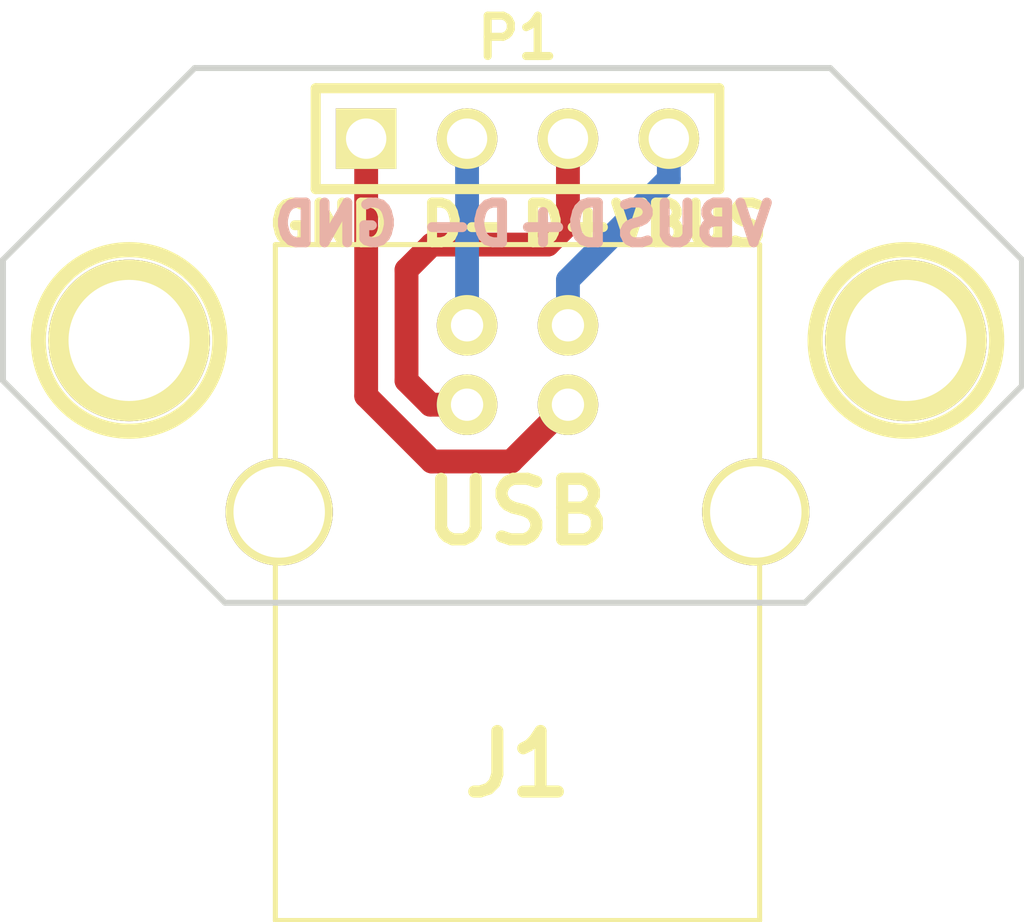
<source format=kicad_pcb>
(kicad_pcb (version 3) (host pcbnew "(2013-may-18)-stable")

  (general
    (links 4)
    (no_connects 0)
    (area 87.046999 56.2864 112.851001 79.692501)
    (thickness 1.6)
    (drawings 16)
    (tracks 15)
    (zones 0)
    (modules 4)
    (nets 5)
  )

  (page A3)
  (layers
    (15 F.Cu signal)
    (0 B.Cu signal)
    (16 B.Adhes user)
    (17 F.Adhes user)
    (18 B.Paste user)
    (19 F.Paste user)
    (20 B.SilkS user)
    (21 F.SilkS user)
    (22 B.Mask user)
    (23 F.Mask user)
    (24 Dwgs.User user)
    (25 Cmts.User user)
    (26 Eco1.User user)
    (27 Eco2.User user)
    (28 Edge.Cuts user)
  )

  (setup
    (last_trace_width 0.6)
    (trace_clearance 0.254)
    (zone_clearance 0.508)
    (zone_45_only no)
    (trace_min 0.254)
    (segment_width 0.2)
    (edge_width 0.15)
    (via_size 0.889)
    (via_drill 0.635)
    (via_min_size 0.889)
    (via_min_drill 0.508)
    (uvia_size 0.508)
    (uvia_drill 0.127)
    (uvias_allowed no)
    (uvia_min_size 0.508)
    (uvia_min_drill 0.127)
    (pcb_text_width 0.3)
    (pcb_text_size 1 1)
    (mod_edge_width 0.15)
    (mod_text_size 1 1)
    (mod_text_width 0.15)
    (pad_size 2.70002 2.70002)
    (pad_drill 2.30124)
    (pad_to_mask_clearance 0)
    (aux_axis_origin 0 0)
    (visible_elements FFFFFFBF)
    (pcbplotparams
      (layerselection 3178497)
      (usegerberextensions true)
      (excludeedgelayer true)
      (linewidth 0.150000)
      (plotframeref false)
      (viasonmask false)
      (mode 1)
      (useauxorigin false)
      (hpglpennumber 1)
      (hpglpenspeed 20)
      (hpglpendiameter 15)
      (hpglpenoverlay 2)
      (psnegative false)
      (psa4output false)
      (plotreference true)
      (plotvalue true)
      (plotothertext true)
      (plotinvisibletext false)
      (padsonsilk false)
      (subtractmaskfromsilk false)
      (outputformat 1)
      (mirror false)
      (drillshape 1)
      (scaleselection 1)
      (outputdirectory ""))
  )

  (net 0 "")
  (net 1 N-000001)
  (net 2 N-000002)
  (net 3 N-000003)
  (net 4 N-000004)

  (net_class Default "This is the default net class."
    (clearance 0.254)
    (trace_width 0.6)
    (via_dia 0.889)
    (via_drill 0.635)
    (uvia_dia 0.508)
    (uvia_drill 0.127)
    (add_net "")
    (add_net N-000001)
    (add_net N-000002)
    (add_net N-000003)
    (add_net N-000004)
  )

  (module USB_B (layer F.Cu) (tedit 571489B8) (tstamp 57132EBA)
    (at 100.076 69.088)
    (tags USB)
    (path /57132E3E)
    (fp_text reference J1 (at 0 6.35) (layer F.SilkS)
      (effects (font (size 1.524 1.524) (thickness 0.3048)))
    )
    (fp_text value USB (at 0 0) (layer F.SilkS)
      (effects (font (size 1.524 1.524) (thickness 0.3048)))
    )
    (fp_line (start -6.096 10.287) (end 6.096 10.287) (layer F.SilkS) (width 0.127))
    (fp_line (start 6.096 10.287) (end 6.096 -6.731) (layer F.SilkS) (width 0.127))
    (fp_line (start 6.096 -6.731) (end -6.096 -6.731) (layer F.SilkS) (width 0.127))
    (fp_line (start -6.096 -6.731) (end -6.096 10.287) (layer F.SilkS) (width 0.127))
    (pad 1 thru_hole circle (at 1.27 -4.699) (size 1.524 1.524) (drill 0.8128)
      (layers *.Cu *.Mask F.SilkS)
      (net 2 N-000002)
    )
    (pad 2 thru_hole circle (at -1.27 -4.699) (size 1.524 1.524) (drill 0.8128)
      (layers *.Cu *.Mask F.SilkS)
      (net 4 N-000004)
    )
    (pad 3 thru_hole circle (at -1.27 -2.70002) (size 1.524 1.524) (drill 0.8128)
      (layers *.Cu *.Mask F.SilkS)
      (net 3 N-000003)
    )
    (pad 4 thru_hole circle (at 1.27 -2.70002) (size 1.524 1.524) (drill 0.8128)
      (layers *.Cu *.Mask F.SilkS)
      (net 1 N-000001)
    )
    (pad 5 thru_hole circle (at 5.99948 0) (size 2.70002 2.70002) (drill 2.30124)
      (layers *.Cu *.Mask F.SilkS)
    )
    (pad 6 thru_hole circle (at -5.99948 0) (size 2.70002 2.70002) (drill 2.30124)
      (layers *.Cu *.Mask F.SilkS)
    )
    (model connectors/USB_type_B.wrl
      (at (xyz 0 0 0.001))
      (scale (xyz 0.3937 0.3937 0.3937))
      (rotate (xyz 0 0 0))
    )
  )

  (module PIN_ARRAY_4x1 (layer F.Cu) (tedit 4C10F42E) (tstamp 57132EC6)
    (at 100.076 59.69)
    (descr "Double rangee de contacts 2 x 5 pins")
    (tags CONN)
    (path /57132E55)
    (fp_text reference P1 (at 0 -2.54) (layer F.SilkS)
      (effects (font (size 1.016 1.016) (thickness 0.2032)))
    )
    (fp_text value CONN_4 (at 0 2.54) (layer F.SilkS) hide
      (effects (font (size 1.016 1.016) (thickness 0.2032)))
    )
    (fp_line (start 5.08 1.27) (end -5.08 1.27) (layer F.SilkS) (width 0.254))
    (fp_line (start 5.08 -1.27) (end -5.08 -1.27) (layer F.SilkS) (width 0.254))
    (fp_line (start -5.08 -1.27) (end -5.08 1.27) (layer F.SilkS) (width 0.254))
    (fp_line (start 5.08 1.27) (end 5.08 -1.27) (layer F.SilkS) (width 0.254))
    (pad 1 thru_hole rect (at -3.81 0) (size 1.524 1.524) (drill 1.016)
      (layers *.Cu *.Mask F.SilkS)
      (net 1 N-000001)
    )
    (pad 2 thru_hole circle (at -1.27 0) (size 1.524 1.524) (drill 1.016)
      (layers *.Cu *.Mask F.SilkS)
      (net 4 N-000004)
    )
    (pad 3 thru_hole circle (at 1.27 0) (size 1.524 1.524) (drill 1.016)
      (layers *.Cu *.Mask F.SilkS)
      (net 3 N-000003)
    )
    (pad 4 thru_hole circle (at 3.81 0) (size 1.524 1.524) (drill 1.016)
      (layers *.Cu *.Mask F.SilkS)
      (net 2 N-000002)
    )
    (model pin_array\pins_array_4x1.wrl
      (at (xyz 0 0 0))
      (scale (xyz 1 1 1))
      (rotate (xyz 0 0 0))
    )
  )

  (module 1pin (layer F.Cu) (tedit 5713D7F7) (tstamp 5713F35D)
    (at 109.855 64.77)
    (descr "module 1 pin (ou trou mecanique de percage)")
    (tags DEV)
    (path 1pin)
    (fp_text reference 1PIN (at 0 -3.048) (layer F.SilkS) hide
      (effects (font (size 1.016 1.016) (thickness 0.254)))
    )
    (fp_text value P*** (at 0 2.794) (layer F.SilkS) hide
      (effects (font (size 1.016 1.016) (thickness 0.254)))
    )
    (fp_circle (center 0 0) (end 0 -2.286) (layer F.SilkS) (width 0.381))
    (pad 1 thru_hole circle (at 0 0) (size 4.064 4.064) (drill 3.048)
      (layers *.Cu *.Mask F.SilkS)
    )
  )

  (module 1pin (layer F.Cu) (tedit 5713D7F4) (tstamp 5713F369)
    (at 90.297 64.77)
    (descr "module 1 pin (ou trou mecanique de percage)")
    (tags DEV)
    (path 1pin)
    (fp_text reference 1PIN (at 0 -3.048) (layer F.SilkS) hide
      (effects (font (size 1.016 1.016) (thickness 0.254)))
    )
    (fp_text value P*** (at 0 2.794) (layer F.SilkS) hide
      (effects (font (size 1.016 1.016) (thickness 0.254)))
    )
    (fp_circle (center 0 0) (end 0 -2.286) (layer F.SilkS) (width 0.381))
    (pad 1 thru_hole circle (at 0 0) (size 4.064 4.064) (drill 3.048)
      (layers *.Cu *.Mask F.SilkS)
    )
  )

  (gr_line (start 91.948 57.912) (end 107.95 57.912) (angle 90) (layer Edge.Cuts) (width 0.15))
  (gr_line (start 87.122 62.738) (end 91.948 57.912) (angle 90) (layer Edge.Cuts) (width 0.15))
  (gr_line (start 87.122 65.786) (end 87.122 62.738) (angle 90) (layer Edge.Cuts) (width 0.15))
  (gr_line (start 92.71 71.374) (end 87.122 65.786) (angle 90) (layer Edge.Cuts) (width 0.15))
  (gr_line (start 112.776 62.738) (end 107.95 57.912) (angle 90) (layer Edge.Cuts) (width 0.15))
  (gr_line (start 112.776 65.913) (end 112.776 62.738) (angle 90) (layer Edge.Cuts) (width 0.15))
  (gr_line (start 107.315 71.374) (end 112.776 65.913) (angle 90) (layer Edge.Cuts) (width 0.15))
  (gr_line (start 92.71 71.374) (end 107.315 71.374) (angle 90) (layer Edge.Cuts) (width 0.15))
  (gr_text VBUS (at 104.521 61.849) (layer B.SilkS)
    (effects (font (size 1 1) (thickness 0.25)) (justify mirror))
  )
  (gr_text D+ (at 101.219 61.849) (layer B.SilkS)
    (effects (font (size 1 1) (thickness 0.25)) (justify mirror))
  )
  (gr_text D- (at 98.806 61.849) (layer B.SilkS)
    (effects (font (size 1 1) (thickness 0.25)) (justify mirror))
  )
  (gr_text GND (at 95.504 61.849) (layer B.SilkS)
    (effects (font (size 1 1) (thickness 0.25)) (justify mirror))
  )
  (gr_text "GND\n" (at 95.377 61.849) (layer F.SilkS)
    (effects (font (size 1 1) (thickness 0.25)))
  )
  (gr_text D- (at 98.806 61.849) (layer F.SilkS)
    (effects (font (size 1 1) (thickness 0.25)))
  )
  (gr_text D+ (at 101.346 61.849) (layer F.SilkS)
    (effects (font (size 1 1) (thickness 0.25)))
  )
  (gr_text VBUS (at 104.394 61.849) (layer F.SilkS)
    (effects (font (size 1 1) (thickness 0.25)))
  )

  (segment (start 96.266 59.69) (end 96.266 66.167) (width 0.6) (layer F.Cu) (net 1))
  (segment (start 99.91598 67.818) (end 101.346 66.38798) (width 0.6) (layer F.Cu) (net 1) (tstamp 5713D5EC))
  (segment (start 97.917 67.818) (end 99.91598 67.818) (width 0.6) (layer F.Cu) (net 1) (tstamp 5713D5EB))
  (segment (start 96.266 66.167) (end 97.917 67.818) (width 0.6) (layer F.Cu) (net 1) (tstamp 5713D5E9))
  (segment (start 101.346 64.389) (end 101.346 63.246) (width 0.6) (layer B.Cu) (net 2))
  (segment (start 103.886 60.706) (end 103.886 59.69) (width 0.6) (layer B.Cu) (net 2) (tstamp 5713CF8A))
  (segment (start 101.346 63.246) (end 103.886 60.706) (width 0.6) (layer B.Cu) (net 2) (tstamp 5713CF89))
  (segment (start 98.806 66.38798) (end 97.88398 66.38798) (width 0.6) (layer F.Cu) (net 3))
  (segment (start 101.346 61.849) (end 101.346 59.69) (width 0.6) (layer F.Cu) (net 3) (tstamp 5713D5E6))
  (segment (start 100.838 62.357) (end 101.346 61.849) (width 0.6) (layer F.Cu) (net 3) (tstamp 5713D5E4))
  (segment (start 97.917 62.357) (end 100.838 62.357) (width 0.6) (layer F.Cu) (net 3) (tstamp 5713D5E2))
  (segment (start 97.282 62.992) (end 97.917 62.357) (width 0.6) (layer F.Cu) (net 3) (tstamp 5713D5E1))
  (segment (start 97.282 65.786) (end 97.282 62.992) (width 0.6) (layer F.Cu) (net 3) (tstamp 5713D5DE))
  (segment (start 97.88398 66.38798) (end 97.282 65.786) (width 0.6) (layer F.Cu) (net 3) (tstamp 5713D5D9))
  (segment (start 98.806 64.389) (end 98.806 59.69) (width 0.6) (layer B.Cu) (net 4))

)

</source>
